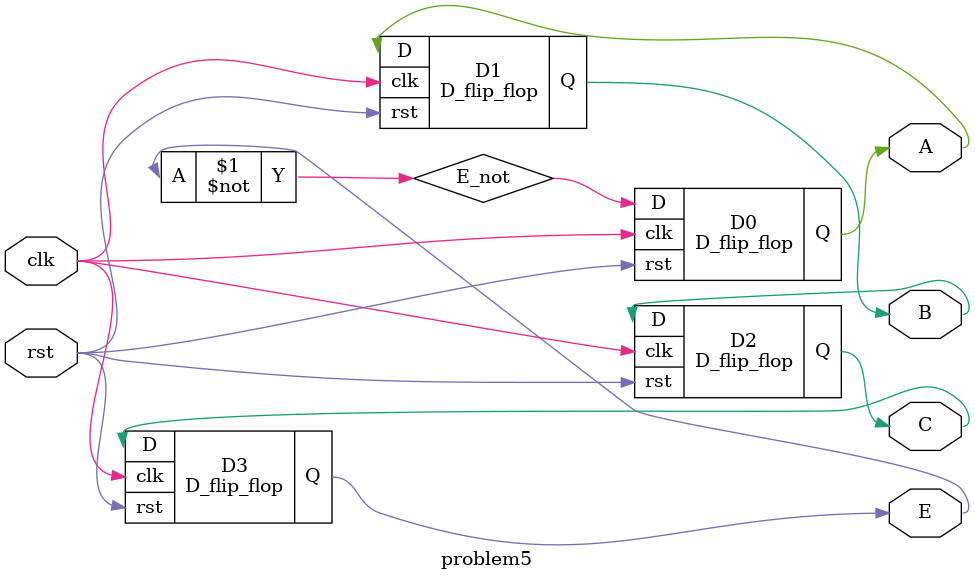
<source format=v>
module D_flip_flop(Q,D,clk,rst);
    output reg Q;
    input clk,rst,D;
    always@(posedge clk,negedge rst)
        if(rst==0) Q<=1'b0;
        else Q<=D;
endmodule

module problem5(
    output A,B,C,E,
    input clk,rst
);
    wire E_not;
    assign E_not=~E;
    D_flip_flop D0(A,E_not,clk,rst);
    D_flip_flop D1(B,A,clk,rst);
    D_flip_flop D2(C,B,clk,rst);
    D_flip_flop D3(E,C,clk,rst);
endmodule
</source>
